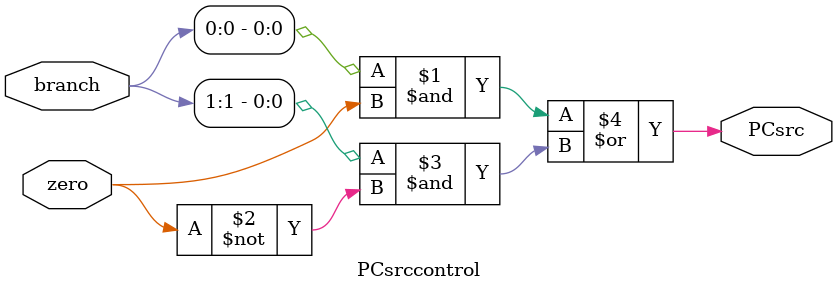
<source format=sv>
`timescale 1ns/1ns
module PCsrccontrol(input [1:0] branch , input zero, output PCsrc);
  assign PCsrc = (branch[0] & zero) | (branch[1] & ~zero);
endmodule
  
</source>
